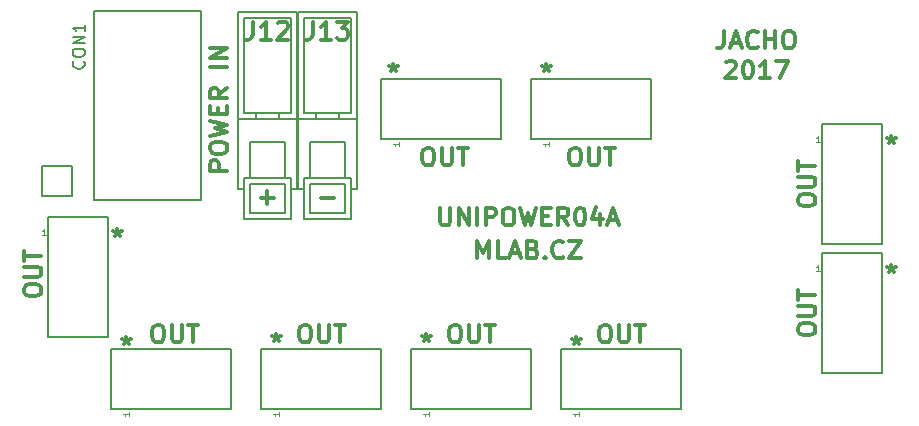
<source format=gbr>
%TF.GenerationSoftware,KiCad,Pcbnew,no-vcs-found-7571~57~ubuntu16.04.1*%
%TF.CreationDate,2017-02-03T14:39:28+01:00*%
%TF.ProjectId,UNIPOWER04A,554E49504F5745523034412E6B696361,rev?*%
%TF.FileFunction,Legend,Top*%
%TF.FilePolarity,Positive*%
%FSLAX46Y46*%
G04 Gerber Fmt 4.6, Leading zero omitted, Abs format (unit mm)*
G04 Created by KiCad (PCBNEW no-vcs-found-7571~57~ubuntu16.04.1) date Fri Feb  3 14:39:28 2017*
%MOMM*%
%LPD*%
G01*
G04 APERTURE LIST*
%ADD10C,0.350000*%
%ADD11C,0.300000*%
%ADD12C,0.127000*%
%ADD13C,0.150000*%
%ADD14C,0.203200*%
%ADD15C,0.050000*%
%ADD16C,0.304800*%
G04 APERTURE END LIST*
D10*
D11*
X48006000Y35873428D02*
X48006000Y35516285D01*
X47648857Y35659142D02*
X48006000Y35516285D01*
X48363142Y35659142D01*
X47791714Y35230571D02*
X48006000Y35516285D01*
X48220285Y35230571D01*
X35052000Y35873428D02*
X35052000Y35516285D01*
X34694857Y35659142D02*
X35052000Y35516285D01*
X35409142Y35659142D01*
X34837714Y35230571D02*
X35052000Y35516285D01*
X35266285Y35230571D01*
X11684000Y21903428D02*
X11684000Y21546285D01*
X11326857Y21689142D02*
X11684000Y21546285D01*
X12041142Y21689142D01*
X11469714Y21260571D02*
X11684000Y21546285D01*
X11898285Y21260571D01*
X12446000Y12759428D02*
X12446000Y12402285D01*
X12088857Y12545142D02*
X12446000Y12402285D01*
X12803142Y12545142D01*
X12231714Y12116571D02*
X12446000Y12402285D01*
X12660285Y12116571D01*
X25146000Y13013428D02*
X25146000Y12656285D01*
X24788857Y12799142D02*
X25146000Y12656285D01*
X25503142Y12799142D01*
X24931714Y12370571D02*
X25146000Y12656285D01*
X25360285Y12370571D01*
X37846000Y13013428D02*
X37846000Y12656285D01*
X37488857Y12799142D02*
X37846000Y12656285D01*
X38203142Y12799142D01*
X37631714Y12370571D02*
X37846000Y12656285D01*
X38060285Y12370571D01*
X50546000Y12759428D02*
X50546000Y12402285D01*
X50188857Y12545142D02*
X50546000Y12402285D01*
X50903142Y12545142D01*
X50331714Y12116571D02*
X50546000Y12402285D01*
X50760285Y12116571D01*
X77216000Y18855428D02*
X77216000Y18498285D01*
X76858857Y18641142D02*
X77216000Y18498285D01*
X77573142Y18641142D01*
X77001714Y18212571D02*
X77216000Y18498285D01*
X77430285Y18212571D01*
X77216000Y29777428D02*
X77216000Y29420285D01*
X76858857Y29563142D02*
X77216000Y29420285D01*
X77573142Y29563142D01*
X77001714Y29134571D02*
X77216000Y29420285D01*
X77430285Y29134571D01*
X50316000Y28761428D02*
X50601714Y28761428D01*
X50744571Y28690000D01*
X50887428Y28547142D01*
X50958857Y28261428D01*
X50958857Y27761428D01*
X50887428Y27475714D01*
X50744571Y27332857D01*
X50601714Y27261428D01*
X50316000Y27261428D01*
X50173142Y27332857D01*
X50030285Y27475714D01*
X49958857Y27761428D01*
X49958857Y28261428D01*
X50030285Y28547142D01*
X50173142Y28690000D01*
X50316000Y28761428D01*
X51601714Y28761428D02*
X51601714Y27547142D01*
X51673142Y27404285D01*
X51744571Y27332857D01*
X51887428Y27261428D01*
X52173142Y27261428D01*
X52316000Y27332857D01*
X52387428Y27404285D01*
X52458857Y27547142D01*
X52458857Y28761428D01*
X52958857Y28761428D02*
X53816000Y28761428D01*
X53387428Y27261428D02*
X53387428Y28761428D01*
X37870000Y28761428D02*
X38155714Y28761428D01*
X38298571Y28690000D01*
X38441428Y28547142D01*
X38512857Y28261428D01*
X38512857Y27761428D01*
X38441428Y27475714D01*
X38298571Y27332857D01*
X38155714Y27261428D01*
X37870000Y27261428D01*
X37727142Y27332857D01*
X37584285Y27475714D01*
X37512857Y27761428D01*
X37512857Y28261428D01*
X37584285Y28547142D01*
X37727142Y28690000D01*
X37870000Y28761428D01*
X39155714Y28761428D02*
X39155714Y27547142D01*
X39227142Y27404285D01*
X39298571Y27332857D01*
X39441428Y27261428D01*
X39727142Y27261428D01*
X39870000Y27332857D01*
X39941428Y27404285D01*
X40012857Y27547142D01*
X40012857Y28761428D01*
X40512857Y28761428D02*
X41370000Y28761428D01*
X40941428Y27261428D02*
X40941428Y28761428D01*
X3750571Y16534000D02*
X3750571Y16819714D01*
X3822000Y16962571D01*
X3964857Y17105428D01*
X4250571Y17176857D01*
X4750571Y17176857D01*
X5036285Y17105428D01*
X5179142Y16962571D01*
X5250571Y16819714D01*
X5250571Y16534000D01*
X5179142Y16391142D01*
X5036285Y16248285D01*
X4750571Y16176857D01*
X4250571Y16176857D01*
X3964857Y16248285D01*
X3822000Y16391142D01*
X3750571Y16534000D01*
X3750571Y17819714D02*
X4964857Y17819714D01*
X5107714Y17891142D01*
X5179142Y17962571D01*
X5250571Y18105428D01*
X5250571Y18391142D01*
X5179142Y18534000D01*
X5107714Y18605428D01*
X4964857Y18676857D01*
X3750571Y18676857D01*
X3750571Y19176857D02*
X3750571Y20034000D01*
X5250571Y19605428D02*
X3750571Y19605428D01*
X69282571Y24154000D02*
X69282571Y24439714D01*
X69354000Y24582571D01*
X69496857Y24725428D01*
X69782571Y24796857D01*
X70282571Y24796857D01*
X70568285Y24725428D01*
X70711142Y24582571D01*
X70782571Y24439714D01*
X70782571Y24154000D01*
X70711142Y24011142D01*
X70568285Y23868285D01*
X70282571Y23796857D01*
X69782571Y23796857D01*
X69496857Y23868285D01*
X69354000Y24011142D01*
X69282571Y24154000D01*
X69282571Y25439714D02*
X70496857Y25439714D01*
X70639714Y25511142D01*
X70711142Y25582571D01*
X70782571Y25725428D01*
X70782571Y26011142D01*
X70711142Y26154000D01*
X70639714Y26225428D01*
X70496857Y26296857D01*
X69282571Y26296857D01*
X69282571Y26796857D02*
X69282571Y27654000D01*
X70782571Y27225428D02*
X69282571Y27225428D01*
X69282571Y13232000D02*
X69282571Y13517714D01*
X69354000Y13660571D01*
X69496857Y13803428D01*
X69782571Y13874857D01*
X70282571Y13874857D01*
X70568285Y13803428D01*
X70711142Y13660571D01*
X70782571Y13517714D01*
X70782571Y13232000D01*
X70711142Y13089142D01*
X70568285Y12946285D01*
X70282571Y12874857D01*
X69782571Y12874857D01*
X69496857Y12946285D01*
X69354000Y13089142D01*
X69282571Y13232000D01*
X69282571Y14517714D02*
X70496857Y14517714D01*
X70639714Y14589142D01*
X70711142Y14660571D01*
X70782571Y14803428D01*
X70782571Y15089142D01*
X70711142Y15232000D01*
X70639714Y15303428D01*
X70496857Y15374857D01*
X69282571Y15374857D01*
X69282571Y15874857D02*
X69282571Y16732000D01*
X70782571Y16303428D02*
X69282571Y16303428D01*
X52856000Y13775428D02*
X53141714Y13775428D01*
X53284571Y13704000D01*
X53427428Y13561142D01*
X53498857Y13275428D01*
X53498857Y12775428D01*
X53427428Y12489714D01*
X53284571Y12346857D01*
X53141714Y12275428D01*
X52856000Y12275428D01*
X52713142Y12346857D01*
X52570285Y12489714D01*
X52498857Y12775428D01*
X52498857Y13275428D01*
X52570285Y13561142D01*
X52713142Y13704000D01*
X52856000Y13775428D01*
X54141714Y13775428D02*
X54141714Y12561142D01*
X54213142Y12418285D01*
X54284571Y12346857D01*
X54427428Y12275428D01*
X54713142Y12275428D01*
X54856000Y12346857D01*
X54927428Y12418285D01*
X54998857Y12561142D01*
X54998857Y13775428D01*
X55498857Y13775428D02*
X56356000Y13775428D01*
X55927428Y12275428D02*
X55927428Y13775428D01*
X40156000Y13775428D02*
X40441714Y13775428D01*
X40584571Y13704000D01*
X40727428Y13561142D01*
X40798857Y13275428D01*
X40798857Y12775428D01*
X40727428Y12489714D01*
X40584571Y12346857D01*
X40441714Y12275428D01*
X40156000Y12275428D01*
X40013142Y12346857D01*
X39870285Y12489714D01*
X39798857Y12775428D01*
X39798857Y13275428D01*
X39870285Y13561142D01*
X40013142Y13704000D01*
X40156000Y13775428D01*
X41441714Y13775428D02*
X41441714Y12561142D01*
X41513142Y12418285D01*
X41584571Y12346857D01*
X41727428Y12275428D01*
X42013142Y12275428D01*
X42156000Y12346857D01*
X42227428Y12418285D01*
X42298857Y12561142D01*
X42298857Y13775428D01*
X42798857Y13775428D02*
X43656000Y13775428D01*
X43227428Y12275428D02*
X43227428Y13775428D01*
X27456000Y13775428D02*
X27741714Y13775428D01*
X27884571Y13704000D01*
X28027428Y13561142D01*
X28098857Y13275428D01*
X28098857Y12775428D01*
X28027428Y12489714D01*
X27884571Y12346857D01*
X27741714Y12275428D01*
X27456000Y12275428D01*
X27313142Y12346857D01*
X27170285Y12489714D01*
X27098857Y12775428D01*
X27098857Y13275428D01*
X27170285Y13561142D01*
X27313142Y13704000D01*
X27456000Y13775428D01*
X28741714Y13775428D02*
X28741714Y12561142D01*
X28813142Y12418285D01*
X28884571Y12346857D01*
X29027428Y12275428D01*
X29313142Y12275428D01*
X29456000Y12346857D01*
X29527428Y12418285D01*
X29598857Y12561142D01*
X29598857Y13775428D01*
X30098857Y13775428D02*
X30956000Y13775428D01*
X30527428Y12275428D02*
X30527428Y13775428D01*
X15010000Y13775428D02*
X15295714Y13775428D01*
X15438571Y13704000D01*
X15581428Y13561142D01*
X15652857Y13275428D01*
X15652857Y12775428D01*
X15581428Y12489714D01*
X15438571Y12346857D01*
X15295714Y12275428D01*
X15010000Y12275428D01*
X14867142Y12346857D01*
X14724285Y12489714D01*
X14652857Y12775428D01*
X14652857Y13275428D01*
X14724285Y13561142D01*
X14867142Y13704000D01*
X15010000Y13775428D01*
X16295714Y13775428D02*
X16295714Y12561142D01*
X16367142Y12418285D01*
X16438571Y12346857D01*
X16581428Y12275428D01*
X16867142Y12275428D01*
X17010000Y12346857D01*
X17081428Y12418285D01*
X17152857Y12561142D01*
X17152857Y13775428D01*
X17652857Y13775428D02*
X18510000Y13775428D01*
X18081428Y12275428D02*
X18081428Y13775428D01*
X20998571Y26825428D02*
X19498571Y26825428D01*
X19498571Y27396857D01*
X19570000Y27539714D01*
X19641428Y27611142D01*
X19784285Y27682571D01*
X19998571Y27682571D01*
X20141428Y27611142D01*
X20212857Y27539714D01*
X20284285Y27396857D01*
X20284285Y26825428D01*
X19498571Y28611142D02*
X19498571Y28896857D01*
X19570000Y29039714D01*
X19712857Y29182571D01*
X19998571Y29254000D01*
X20498571Y29254000D01*
X20784285Y29182571D01*
X20927142Y29039714D01*
X20998571Y28896857D01*
X20998571Y28611142D01*
X20927142Y28468285D01*
X20784285Y28325428D01*
X20498571Y28254000D01*
X19998571Y28254000D01*
X19712857Y28325428D01*
X19570000Y28468285D01*
X19498571Y28611142D01*
X19498571Y29754000D02*
X20998571Y30111142D01*
X19927142Y30396857D01*
X20998571Y30682571D01*
X19498571Y31039714D01*
X20212857Y31611142D02*
X20212857Y32111142D01*
X20998571Y32325428D02*
X20998571Y31611142D01*
X19498571Y31611142D01*
X19498571Y32325428D01*
X20998571Y33825428D02*
X20284285Y33325428D01*
X20998571Y32968285D02*
X19498571Y32968285D01*
X19498571Y33539714D01*
X19570000Y33682571D01*
X19641428Y33754000D01*
X19784285Y33825428D01*
X19998571Y33825428D01*
X20141428Y33754000D01*
X20212857Y33682571D01*
X20284285Y33539714D01*
X20284285Y32968285D01*
X20998571Y35611142D02*
X19498571Y35611142D01*
X20998571Y36325428D02*
X19498571Y36325428D01*
X20998571Y37182571D01*
X19498571Y37182571D01*
X42160571Y19387428D02*
X42160571Y20887428D01*
X42660571Y19816000D01*
X43160571Y20887428D01*
X43160571Y19387428D01*
X44589142Y19387428D02*
X43874857Y19387428D01*
X43874857Y20887428D01*
X45017714Y19816000D02*
X45732000Y19816000D01*
X44874857Y19387428D02*
X45374857Y20887428D01*
X45874857Y19387428D01*
X46874857Y20173142D02*
X47089142Y20101714D01*
X47160571Y20030285D01*
X47232000Y19887428D01*
X47232000Y19673142D01*
X47160571Y19530285D01*
X47089142Y19458857D01*
X46946285Y19387428D01*
X46374857Y19387428D01*
X46374857Y20887428D01*
X46874857Y20887428D01*
X47017714Y20816000D01*
X47089142Y20744571D01*
X47160571Y20601714D01*
X47160571Y20458857D01*
X47089142Y20316000D01*
X47017714Y20244571D01*
X46874857Y20173142D01*
X46374857Y20173142D01*
X47874857Y19530285D02*
X47946285Y19458857D01*
X47874857Y19387428D01*
X47803428Y19458857D01*
X47874857Y19530285D01*
X47874857Y19387428D01*
X49446285Y19530285D02*
X49374857Y19458857D01*
X49160571Y19387428D01*
X49017714Y19387428D01*
X48803428Y19458857D01*
X48660571Y19601714D01*
X48589142Y19744571D01*
X48517714Y20030285D01*
X48517714Y20244571D01*
X48589142Y20530285D01*
X48660571Y20673142D01*
X48803428Y20816000D01*
X49017714Y20887428D01*
X49160571Y20887428D01*
X49374857Y20816000D01*
X49446285Y20744571D01*
X49946285Y20887428D02*
X50946285Y20887428D01*
X49946285Y19387428D01*
X50946285Y19387428D01*
X63214571Y35984571D02*
X63286000Y36056000D01*
X63428857Y36127428D01*
X63786000Y36127428D01*
X63928857Y36056000D01*
X64000285Y35984571D01*
X64071714Y35841714D01*
X64071714Y35698857D01*
X64000285Y35484571D01*
X63143142Y34627428D01*
X64071714Y34627428D01*
X65000285Y36127428D02*
X65143142Y36127428D01*
X65286000Y36056000D01*
X65357428Y35984571D01*
X65428857Y35841714D01*
X65500285Y35556000D01*
X65500285Y35198857D01*
X65428857Y34913142D01*
X65357428Y34770285D01*
X65286000Y34698857D01*
X65143142Y34627428D01*
X65000285Y34627428D01*
X64857428Y34698857D01*
X64786000Y34770285D01*
X64714571Y34913142D01*
X64643142Y35198857D01*
X64643142Y35556000D01*
X64714571Y35841714D01*
X64786000Y35984571D01*
X64857428Y36056000D01*
X65000285Y36127428D01*
X66928857Y34627428D02*
X66071714Y34627428D01*
X66500285Y34627428D02*
X66500285Y36127428D01*
X66357428Y35913142D01*
X66214571Y35770285D01*
X66071714Y35698857D01*
X67428857Y36127428D02*
X68428857Y36127428D01*
X67786000Y34627428D01*
X63036000Y38667428D02*
X63036000Y37596000D01*
X62964571Y37381714D01*
X62821714Y37238857D01*
X62607428Y37167428D01*
X62464571Y37167428D01*
X63678857Y37596000D02*
X64393142Y37596000D01*
X63536000Y37167428D02*
X64036000Y38667428D01*
X64536000Y37167428D01*
X65893142Y37310285D02*
X65821714Y37238857D01*
X65607428Y37167428D01*
X65464571Y37167428D01*
X65250285Y37238857D01*
X65107428Y37381714D01*
X65036000Y37524571D01*
X64964571Y37810285D01*
X64964571Y38024571D01*
X65036000Y38310285D01*
X65107428Y38453142D01*
X65250285Y38596000D01*
X65464571Y38667428D01*
X65607428Y38667428D01*
X65821714Y38596000D01*
X65893142Y38524571D01*
X66536000Y37167428D02*
X66536000Y38667428D01*
X66536000Y37953142D02*
X67393142Y37953142D01*
X67393142Y37167428D02*
X67393142Y38667428D01*
X68393142Y38667428D02*
X68678857Y38667428D01*
X68821714Y38596000D01*
X68964571Y38453142D01*
X69036000Y38167428D01*
X69036000Y37667428D01*
X68964571Y37381714D01*
X68821714Y37238857D01*
X68678857Y37167428D01*
X68393142Y37167428D01*
X68250285Y37238857D01*
X68107428Y37381714D01*
X68036000Y37667428D01*
X68036000Y38167428D01*
X68107428Y38453142D01*
X68250285Y38596000D01*
X68393142Y38667428D01*
X39017714Y23681428D02*
X39017714Y22467142D01*
X39089142Y22324285D01*
X39160571Y22252857D01*
X39303428Y22181428D01*
X39589142Y22181428D01*
X39732000Y22252857D01*
X39803428Y22324285D01*
X39874857Y22467142D01*
X39874857Y23681428D01*
X40589142Y22181428D02*
X40589142Y23681428D01*
X41446285Y22181428D01*
X41446285Y23681428D01*
X42160571Y22181428D02*
X42160571Y23681428D01*
X42874857Y22181428D02*
X42874857Y23681428D01*
X43446285Y23681428D01*
X43589142Y23610000D01*
X43660571Y23538571D01*
X43732000Y23395714D01*
X43732000Y23181428D01*
X43660571Y23038571D01*
X43589142Y22967142D01*
X43446285Y22895714D01*
X42874857Y22895714D01*
X44660571Y23681428D02*
X44946285Y23681428D01*
X45089142Y23610000D01*
X45232000Y23467142D01*
X45303428Y23181428D01*
X45303428Y22681428D01*
X45232000Y22395714D01*
X45089142Y22252857D01*
X44946285Y22181428D01*
X44660571Y22181428D01*
X44517714Y22252857D01*
X44374857Y22395714D01*
X44303428Y22681428D01*
X44303428Y23181428D01*
X44374857Y23467142D01*
X44517714Y23610000D01*
X44660571Y23681428D01*
X45803428Y23681428D02*
X46160571Y22181428D01*
X46446285Y23252857D01*
X46731999Y22181428D01*
X47089142Y23681428D01*
X47660571Y22967142D02*
X48160571Y22967142D01*
X48374857Y22181428D02*
X47660571Y22181428D01*
X47660571Y23681428D01*
X48374857Y23681428D01*
X49874857Y22181428D02*
X49374857Y22895714D01*
X49017714Y22181428D02*
X49017714Y23681428D01*
X49589142Y23681428D01*
X49731999Y23610000D01*
X49803428Y23538571D01*
X49874857Y23395714D01*
X49874857Y23181428D01*
X49803428Y23038571D01*
X49731999Y22967142D01*
X49589142Y22895714D01*
X49017714Y22895714D01*
X50803428Y23681428D02*
X50946285Y23681428D01*
X51089142Y23610000D01*
X51160571Y23538571D01*
X51231999Y23395714D01*
X51303428Y23110000D01*
X51303428Y22752857D01*
X51231999Y22467142D01*
X51160571Y22324285D01*
X51089142Y22252857D01*
X50946285Y22181428D01*
X50803428Y22181428D01*
X50660571Y22252857D01*
X50589142Y22324285D01*
X50517714Y22467142D01*
X50446285Y22752857D01*
X50446285Y23110000D01*
X50517714Y23395714D01*
X50589142Y23538571D01*
X50660571Y23610000D01*
X50803428Y23681428D01*
X52589142Y23181428D02*
X52589142Y22181428D01*
X52232000Y23752857D02*
X51874857Y22681428D01*
X52803428Y22681428D01*
X53303428Y22610000D02*
X54017714Y22610000D01*
X53160571Y22181428D02*
X53660571Y23681428D01*
X54160571Y22181428D01*
X28892571Y24530857D02*
X30035428Y24530857D01*
X23812571Y24530857D02*
X24955428Y24530857D01*
X24384000Y23959428D02*
X24384000Y25102285D01*
D12*
X9724000Y40370000D02*
X9724000Y24370000D01*
X18724000Y40370000D02*
X9724000Y40370000D01*
X18724000Y24370000D02*
X18724000Y40370000D01*
X9724000Y24370000D02*
X18724000Y24370000D01*
D13*
X5334000Y27178000D02*
X7874000Y27178000D01*
X7874000Y27178000D02*
X7874000Y24638000D01*
X7874000Y24638000D02*
X5334000Y24638000D01*
X5334000Y24638000D02*
X5334000Y27178000D01*
X5842000Y12700000D02*
X5842000Y22860000D01*
X10922000Y12700000D02*
X5842000Y12700000D01*
X10922000Y22860000D02*
X10922000Y12700000D01*
X5842000Y22860000D02*
X10922000Y22860000D01*
X21336000Y6604000D02*
X11176000Y6604000D01*
X21336000Y11684000D02*
X21336000Y6604000D01*
X11176000Y11684000D02*
X21336000Y11684000D01*
X11176000Y6604000D02*
X11176000Y11684000D01*
X36576000Y6604000D02*
X36576000Y11684000D01*
X36576000Y11684000D02*
X46736000Y11684000D01*
X46736000Y11684000D02*
X46736000Y6604000D01*
X46736000Y6604000D02*
X36576000Y6604000D01*
X46736000Y29464000D02*
X46736000Y34544000D01*
X46736000Y34544000D02*
X56896000Y34544000D01*
X56896000Y34544000D02*
X56896000Y29464000D01*
X56896000Y29464000D02*
X46736000Y29464000D01*
X34036000Y29464000D02*
X34036000Y34544000D01*
X34036000Y34544000D02*
X44196000Y34544000D01*
X44196000Y34544000D02*
X44196000Y29464000D01*
X44196000Y29464000D02*
X34036000Y29464000D01*
X71374000Y20574000D02*
X71374000Y30734000D01*
X76454000Y20574000D02*
X71374000Y20574000D01*
X76454000Y30734000D02*
X76454000Y20574000D01*
X71374000Y30734000D02*
X76454000Y30734000D01*
X23876000Y6604000D02*
X23876000Y11684000D01*
X23876000Y11684000D02*
X34036000Y11684000D01*
X34036000Y11684000D02*
X34036000Y6604000D01*
X34036000Y6604000D02*
X23876000Y6604000D01*
X49276000Y6604000D02*
X49276000Y11684000D01*
X49276000Y11684000D02*
X59436000Y11684000D01*
X59436000Y11684000D02*
X59436000Y6604000D01*
X59436000Y6604000D02*
X49276000Y6604000D01*
X71374000Y9652000D02*
X71374000Y19812000D01*
X76454000Y9652000D02*
X71374000Y9652000D01*
X76454000Y19812000D02*
X76454000Y9652000D01*
X71374000Y19812000D02*
X76454000Y19812000D01*
X21884000Y25226000D02*
X22384000Y25226000D01*
X26384000Y25226000D02*
X26884000Y25226000D01*
X21883900Y31226000D02*
X26884100Y31226000D01*
X21883900Y40226000D02*
X26884100Y40226000D01*
X22883000Y23226000D02*
X25885000Y23226000D01*
X22883000Y25725900D02*
X25885000Y25725900D01*
X26384000Y22725900D02*
X22384000Y22725900D01*
X26384000Y26226000D02*
X22384000Y26226000D01*
X22883900Y29226000D02*
X25884100Y29226000D01*
X26384000Y31726100D02*
X22384000Y31726100D01*
X22384000Y39726100D02*
X26384000Y39726100D01*
X23384000Y31726100D02*
X23384000Y31226000D01*
X22884000Y25725900D02*
X22884000Y23226000D01*
X22384000Y26226000D02*
X22384000Y22725900D01*
X25384000Y31726100D02*
X25384000Y31226000D01*
X25884000Y25725900D02*
X25884000Y23226000D01*
X26384000Y26226000D02*
X26384000Y22725000D01*
X22884000Y29226000D02*
X22884000Y26226000D01*
X22384000Y39726100D02*
X22384000Y31726100D01*
X21884000Y31226000D02*
X21884000Y25226000D01*
X25884000Y29226000D02*
X25884000Y26226000D01*
X26384000Y39726100D02*
X26384000Y31726100D01*
X26884000Y31226000D02*
X26884000Y25226000D01*
X21884000Y31226000D02*
X21884000Y40226000D01*
X26884000Y40226000D02*
X26884000Y31226000D01*
X31964000Y40226000D02*
X31964000Y31226000D01*
X26964000Y31226000D02*
X26964000Y40226000D01*
X31964000Y31226000D02*
X31964000Y25226000D01*
X31464000Y39726100D02*
X31464000Y31726100D01*
X30964000Y29226000D02*
X30964000Y26226000D01*
X26964000Y31226000D02*
X26964000Y25226000D01*
X27464000Y39726100D02*
X27464000Y31726100D01*
X27964000Y29226000D02*
X27964000Y26226000D01*
X31464000Y26226000D02*
X31464000Y22725000D01*
X30964000Y25725900D02*
X30964000Y23226000D01*
X30464000Y31726100D02*
X30464000Y31226000D01*
X27464000Y26226000D02*
X27464000Y22725900D01*
X27964000Y25725900D02*
X27964000Y23226000D01*
X28464000Y31726100D02*
X28464000Y31226000D01*
X27464000Y39726100D02*
X31464000Y39726100D01*
X31464000Y31726100D02*
X27464000Y31726100D01*
X27963900Y29226000D02*
X30964100Y29226000D01*
X31464000Y26226000D02*
X27464000Y26226000D01*
X31464000Y22725900D02*
X27464000Y22725900D01*
X27963000Y25725900D02*
X30965000Y25725900D01*
X27963000Y23226000D02*
X30965000Y23226000D01*
X26963900Y40226000D02*
X31964100Y40226000D01*
X26963900Y31226000D02*
X31964100Y31226000D01*
X31464000Y25226000D02*
X31964000Y25226000D01*
X26964000Y25226000D02*
X27464000Y25226000D01*
D14*
X8821057Y36091585D02*
X8869438Y36043204D01*
X8917819Y35898061D01*
X8917819Y35801300D01*
X8869438Y35656157D01*
X8772676Y35559395D01*
X8675914Y35511014D01*
X8482390Y35462633D01*
X8337247Y35462633D01*
X8143723Y35511014D01*
X8046961Y35559395D01*
X7950200Y35656157D01*
X7901819Y35801300D01*
X7901819Y35898061D01*
X7950200Y36043204D01*
X7998580Y36091585D01*
X7901819Y36720538D02*
X7901819Y36914061D01*
X7950200Y37010823D01*
X8046961Y37107585D01*
X8240485Y37155966D01*
X8579152Y37155966D01*
X8772676Y37107585D01*
X8869438Y37010823D01*
X8917819Y36914061D01*
X8917819Y36720538D01*
X8869438Y36623776D01*
X8772676Y36527014D01*
X8579152Y36478633D01*
X8240485Y36478633D01*
X8046961Y36527014D01*
X7950200Y36623776D01*
X7901819Y36720538D01*
X8917819Y37591395D02*
X7901819Y37591395D01*
X8917819Y38171966D01*
X7901819Y38171966D01*
X8917819Y39187966D02*
X8917819Y38607395D01*
X8917819Y38897680D02*
X7901819Y38897680D01*
X8046961Y38800919D01*
X8143723Y38704157D01*
X8192104Y38607395D01*
D15*
X5603857Y21363809D02*
X5318142Y21363809D01*
X5461000Y21363809D02*
X5461000Y21863809D01*
X5413380Y21792380D01*
X5365761Y21744761D01*
X5318142Y21720952D01*
X12672190Y6365857D02*
X12672190Y6080142D01*
X12672190Y6223000D02*
X12172190Y6223000D01*
X12243619Y6175380D01*
X12291238Y6127761D01*
X12315047Y6080142D01*
X38072190Y6365857D02*
X38072190Y6080142D01*
X38072190Y6223000D02*
X37572190Y6223000D01*
X37643619Y6175380D01*
X37691238Y6127761D01*
X37715047Y6080142D01*
X48232190Y29225857D02*
X48232190Y28940142D01*
X48232190Y29083000D02*
X47732190Y29083000D01*
X47803619Y29035380D01*
X47851238Y28987761D01*
X47875047Y28940142D01*
X35532190Y29225857D02*
X35532190Y28940142D01*
X35532190Y29083000D02*
X35032190Y29083000D01*
X35103619Y29035380D01*
X35151238Y28987761D01*
X35175047Y28940142D01*
X71135857Y29237809D02*
X70850142Y29237809D01*
X70993000Y29237809D02*
X70993000Y29737809D01*
X70945380Y29666380D01*
X70897761Y29618761D01*
X70850142Y29594952D01*
X25372190Y6365857D02*
X25372190Y6080142D01*
X25372190Y6223000D02*
X24872190Y6223000D01*
X24943619Y6175380D01*
X24991238Y6127761D01*
X25015047Y6080142D01*
X50772190Y6365857D02*
X50772190Y6080142D01*
X50772190Y6223000D02*
X50272190Y6223000D01*
X50343619Y6175380D01*
X50391238Y6127761D01*
X50415047Y6080142D01*
X71135857Y18315809D02*
X70850142Y18315809D01*
X70993000Y18315809D02*
X70993000Y18815809D01*
X70945380Y18744380D01*
X70897761Y18696761D01*
X70850142Y18672952D01*
D16*
X23150285Y39442571D02*
X23150285Y38354000D01*
X23077714Y38136285D01*
X22932571Y37991142D01*
X22714857Y37918571D01*
X22569714Y37918571D01*
X24674285Y37918571D02*
X23803428Y37918571D01*
X24238857Y37918571D02*
X24238857Y39442571D01*
X24093714Y39224857D01*
X23948571Y39079714D01*
X23803428Y39007142D01*
X25254857Y39297428D02*
X25327428Y39370000D01*
X25472571Y39442571D01*
X25835428Y39442571D01*
X25980571Y39370000D01*
X26053142Y39297428D01*
X26125714Y39152285D01*
X26125714Y39007142D01*
X26053142Y38789428D01*
X25182285Y37918571D01*
X26125714Y37918571D01*
X28230285Y39442571D02*
X28230285Y38354000D01*
X28157714Y38136285D01*
X28012571Y37991142D01*
X27794857Y37918571D01*
X27649714Y37918571D01*
X29754285Y37918571D02*
X28883428Y37918571D01*
X29318857Y37918571D02*
X29318857Y39442571D01*
X29173714Y39224857D01*
X29028571Y39079714D01*
X28883428Y39007142D01*
X30262285Y39442571D02*
X31205714Y39442571D01*
X30697714Y38862000D01*
X30915428Y38862000D01*
X31060571Y38789428D01*
X31133142Y38716857D01*
X31205714Y38571714D01*
X31205714Y38208857D01*
X31133142Y38063714D01*
X31060571Y37991142D01*
X30915428Y37918571D01*
X30480000Y37918571D01*
X30334857Y37991142D01*
X30262285Y38063714D01*
M02*

</source>
